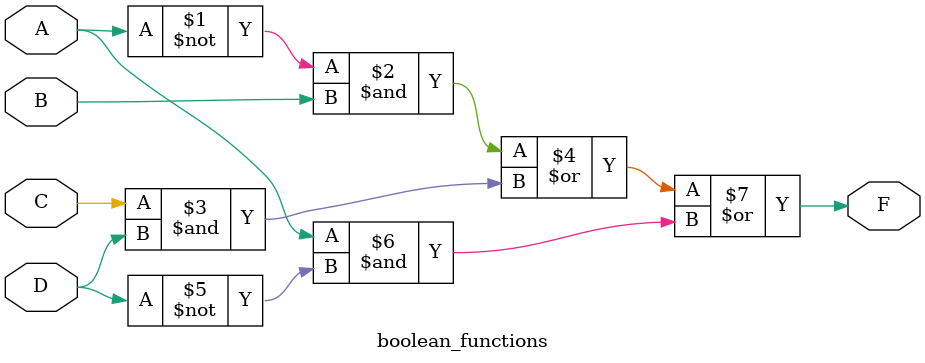
<source format=v>

module boolean_functions (
input wire A,
input wire B,
input wire C,
input wire D,
output wire F
);
assign F = (~A & B) | (C & D) | (A & ~D);
endmodule
</source>
